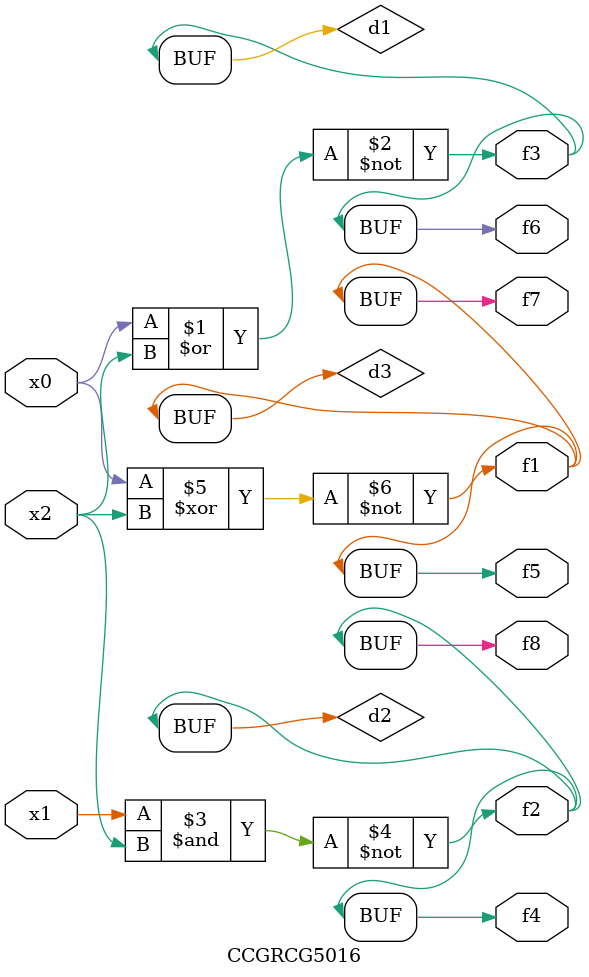
<source format=v>
module CCGRCG5016(
	input x0, x1, x2,
	output f1, f2, f3, f4, f5, f6, f7, f8
);

	wire d1, d2, d3;

	nor (d1, x0, x2);
	nand (d2, x1, x2);
	xnor (d3, x0, x2);
	assign f1 = d3;
	assign f2 = d2;
	assign f3 = d1;
	assign f4 = d2;
	assign f5 = d3;
	assign f6 = d1;
	assign f7 = d3;
	assign f8 = d2;
endmodule

</source>
